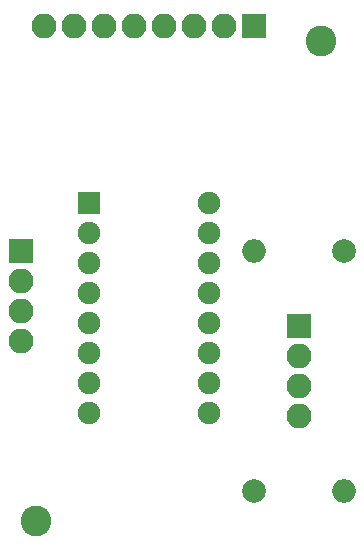
<source format=gbr>
G04 #@! TF.FileFunction,Soldermask,Top*
%FSLAX46Y46*%
G04 Gerber Fmt 4.6, Leading zero omitted, Abs format (unit mm)*
G04 Created by KiCad (PCBNEW 4.0.7) date Sun Feb  4 20:13:57 2018*
%MOMM*%
%LPD*%
G01*
G04 APERTURE LIST*
%ADD10C,0.100000*%
%ADD11R,1.900000X1.900000*%
%ADD12C,1.900000*%
%ADD13R,2.100000X2.100000*%
%ADD14O,2.100000X2.100000*%
%ADD15C,2.000000*%
%ADD16O,2.000000X2.000000*%
%ADD17C,2.600000*%
G04 APERTURE END LIST*
D10*
D11*
X167017700Y-107099100D03*
D12*
X167017700Y-109639100D03*
X167017700Y-112179100D03*
X167017700Y-114719100D03*
X167017700Y-117259100D03*
X167017700Y-119799100D03*
X167017700Y-122339100D03*
X167017700Y-124879100D03*
X177177700Y-124879100D03*
X177177700Y-122339100D03*
X177177700Y-119799100D03*
X177177700Y-117259100D03*
X177177700Y-114719100D03*
X177177700Y-112179100D03*
X177177700Y-109639100D03*
X177177700Y-107099100D03*
D13*
X180975000Y-92075000D03*
D14*
X178435000Y-92075000D03*
X175895000Y-92075000D03*
X173355000Y-92075000D03*
X170815000Y-92075000D03*
X168275000Y-92075000D03*
X165735000Y-92075000D03*
X163195000Y-92075000D03*
D13*
X161290000Y-111125000D03*
D14*
X161290000Y-113665000D03*
X161290000Y-116205000D03*
X161290000Y-118745000D03*
D13*
X184785000Y-117475000D03*
D14*
X184785000Y-120015000D03*
X184785000Y-122555000D03*
X184785000Y-125095000D03*
D15*
X180975000Y-131445000D03*
D16*
X188595000Y-131445000D03*
D15*
X188595000Y-111125000D03*
D16*
X180975000Y-111125000D03*
D17*
X162560000Y-133985000D03*
X186690000Y-93345000D03*
M02*

</source>
